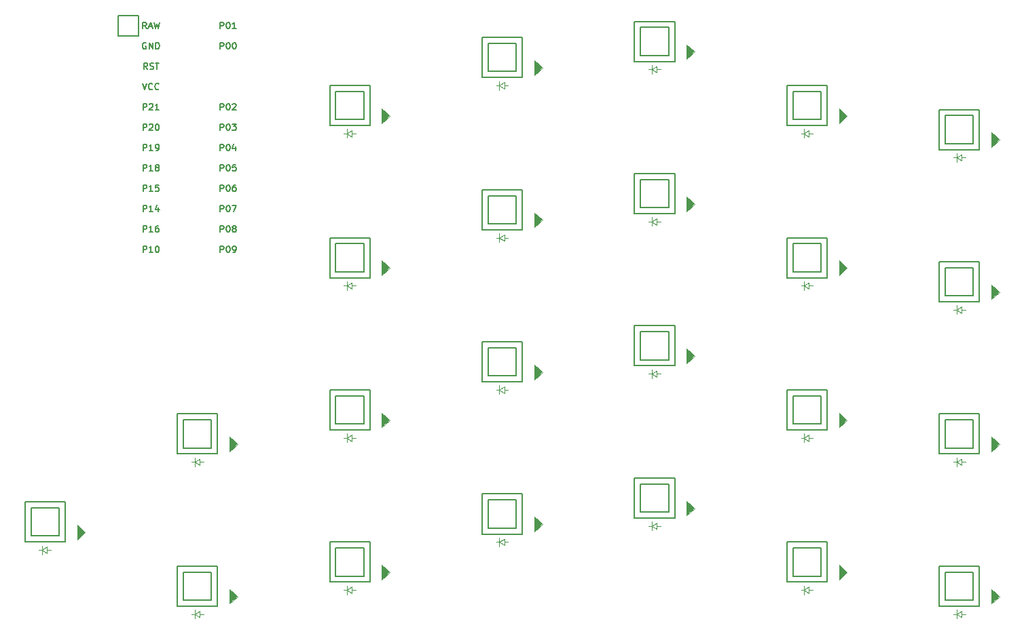
<source format=gbr>
%TF.GenerationSoftware,KiCad,Pcbnew,6.0.10-86aedd382b~118~ubuntu22.04.1*%
%TF.CreationDate,2023-01-31T18:23:29-07:00*%
%TF.ProjectId,scaarix_flow,73636161-7269-4785-9f66-6c6f772e6b69,v1.0.0*%
%TF.SameCoordinates,Original*%
%TF.FileFunction,Legend,Top*%
%TF.FilePolarity,Positive*%
%FSLAX46Y46*%
G04 Gerber Fmt 4.6, Leading zero omitted, Abs format (unit mm)*
G04 Created by KiCad (PCBNEW 6.0.10-86aedd382b~118~ubuntu22.04.1) date 2023-01-31 18:23:29*
%MOMM*%
%LPD*%
G01*
G04 APERTURE LIST*
%ADD10C,0.150000*%
%ADD11C,0.100000*%
G04 APERTURE END LIST*
D10*
%TO.C,MCU1*%
X152928571Y-80631904D02*
X152928571Y-79831904D01*
X153233333Y-79831904D01*
X153309523Y-79870000D01*
X153347619Y-79908095D01*
X153385714Y-79984285D01*
X153385714Y-80098571D01*
X153347619Y-80174761D01*
X153309523Y-80212857D01*
X153233333Y-80250952D01*
X152928571Y-80250952D01*
X153880952Y-79831904D02*
X153957142Y-79831904D01*
X154033333Y-79870000D01*
X154071428Y-79908095D01*
X154109523Y-79984285D01*
X154147619Y-80136666D01*
X154147619Y-80327142D01*
X154109523Y-80479523D01*
X154071428Y-80555714D01*
X154033333Y-80593809D01*
X153957142Y-80631904D01*
X153880952Y-80631904D01*
X153804761Y-80593809D01*
X153766666Y-80555714D01*
X153728571Y-80479523D01*
X153690476Y-80327142D01*
X153690476Y-80136666D01*
X153728571Y-79984285D01*
X153766666Y-79908095D01*
X153804761Y-79870000D01*
X153880952Y-79831904D01*
X154528571Y-80631904D02*
X154680952Y-80631904D01*
X154757142Y-80593809D01*
X154795238Y-80555714D01*
X154871428Y-80441428D01*
X154909523Y-80289047D01*
X154909523Y-79984285D01*
X154871428Y-79908095D01*
X154833333Y-79870000D01*
X154757142Y-79831904D01*
X154604761Y-79831904D01*
X154528571Y-79870000D01*
X154490476Y-79908095D01*
X154452380Y-79984285D01*
X154452380Y-80174761D01*
X154490476Y-80250952D01*
X154528571Y-80289047D01*
X154604761Y-80327142D01*
X154757142Y-80327142D01*
X154833333Y-80289047D01*
X154871428Y-80250952D01*
X154909523Y-80174761D01*
X143690476Y-54470000D02*
X143614285Y-54431904D01*
X143500000Y-54431904D01*
X143385714Y-54470000D01*
X143309523Y-54546190D01*
X143271428Y-54622380D01*
X143233333Y-54774761D01*
X143233333Y-54889047D01*
X143271428Y-55041428D01*
X143309523Y-55117619D01*
X143385714Y-55193809D01*
X143500000Y-55231904D01*
X143576190Y-55231904D01*
X143690476Y-55193809D01*
X143728571Y-55155714D01*
X143728571Y-54889047D01*
X143576190Y-54889047D01*
X144071428Y-55231904D02*
X144071428Y-54431904D01*
X144528571Y-55231904D01*
X144528571Y-54431904D01*
X144909523Y-55231904D02*
X144909523Y-54431904D01*
X145100000Y-54431904D01*
X145214285Y-54470000D01*
X145290476Y-54546190D01*
X145328571Y-54622380D01*
X145366666Y-54774761D01*
X145366666Y-54889047D01*
X145328571Y-55041428D01*
X145290476Y-55117619D01*
X145214285Y-55193809D01*
X145100000Y-55231904D01*
X144909523Y-55231904D01*
X143328571Y-73011904D02*
X143328571Y-72211904D01*
X143633333Y-72211904D01*
X143709523Y-72250000D01*
X143747619Y-72288095D01*
X143785714Y-72364285D01*
X143785714Y-72478571D01*
X143747619Y-72554761D01*
X143709523Y-72592857D01*
X143633333Y-72630952D01*
X143328571Y-72630952D01*
X144547619Y-73011904D02*
X144090476Y-73011904D01*
X144319047Y-73011904D02*
X144319047Y-72211904D01*
X144242857Y-72326190D01*
X144166666Y-72402380D01*
X144090476Y-72440476D01*
X145271428Y-72211904D02*
X144890476Y-72211904D01*
X144852380Y-72592857D01*
X144890476Y-72554761D01*
X144966666Y-72516666D01*
X145157142Y-72516666D01*
X145233333Y-72554761D01*
X145271428Y-72592857D01*
X145309523Y-72669047D01*
X145309523Y-72859523D01*
X145271428Y-72935714D01*
X145233333Y-72973809D01*
X145157142Y-73011904D01*
X144966666Y-73011904D01*
X144890476Y-72973809D01*
X144852380Y-72935714D01*
X143328571Y-65391904D02*
X143328571Y-64591904D01*
X143633333Y-64591904D01*
X143709523Y-64630000D01*
X143747619Y-64668095D01*
X143785714Y-64744285D01*
X143785714Y-64858571D01*
X143747619Y-64934761D01*
X143709523Y-64972857D01*
X143633333Y-65010952D01*
X143328571Y-65010952D01*
X144090476Y-64668095D02*
X144128571Y-64630000D01*
X144204761Y-64591904D01*
X144395238Y-64591904D01*
X144471428Y-64630000D01*
X144509523Y-64668095D01*
X144547619Y-64744285D01*
X144547619Y-64820476D01*
X144509523Y-64934761D01*
X144052380Y-65391904D01*
X144547619Y-65391904D01*
X145042857Y-64591904D02*
X145119047Y-64591904D01*
X145195238Y-64630000D01*
X145233333Y-64668095D01*
X145271428Y-64744285D01*
X145309523Y-64896666D01*
X145309523Y-65087142D01*
X145271428Y-65239523D01*
X145233333Y-65315714D01*
X145195238Y-65353809D01*
X145119047Y-65391904D01*
X145042857Y-65391904D01*
X144966666Y-65353809D01*
X144928571Y-65315714D01*
X144890476Y-65239523D01*
X144852380Y-65087142D01*
X144852380Y-64896666D01*
X144890476Y-64744285D01*
X144928571Y-64668095D01*
X144966666Y-64630000D01*
X145042857Y-64591904D01*
X152928571Y-67931904D02*
X152928571Y-67131904D01*
X153233333Y-67131904D01*
X153309523Y-67170000D01*
X153347619Y-67208095D01*
X153385714Y-67284285D01*
X153385714Y-67398571D01*
X153347619Y-67474761D01*
X153309523Y-67512857D01*
X153233333Y-67550952D01*
X152928571Y-67550952D01*
X153880952Y-67131904D02*
X153957142Y-67131904D01*
X154033333Y-67170000D01*
X154071428Y-67208095D01*
X154109523Y-67284285D01*
X154147619Y-67436666D01*
X154147619Y-67627142D01*
X154109523Y-67779523D01*
X154071428Y-67855714D01*
X154033333Y-67893809D01*
X153957142Y-67931904D01*
X153880952Y-67931904D01*
X153804761Y-67893809D01*
X153766666Y-67855714D01*
X153728571Y-67779523D01*
X153690476Y-67627142D01*
X153690476Y-67436666D01*
X153728571Y-67284285D01*
X153766666Y-67208095D01*
X153804761Y-67170000D01*
X153880952Y-67131904D01*
X154833333Y-67398571D02*
X154833333Y-67931904D01*
X154642857Y-67093809D02*
X154452380Y-67665238D01*
X154947619Y-67665238D01*
X143328571Y-75551904D02*
X143328571Y-74751904D01*
X143633333Y-74751904D01*
X143709523Y-74790000D01*
X143747619Y-74828095D01*
X143785714Y-74904285D01*
X143785714Y-75018571D01*
X143747619Y-75094761D01*
X143709523Y-75132857D01*
X143633333Y-75170952D01*
X143328571Y-75170952D01*
X144547619Y-75551904D02*
X144090476Y-75551904D01*
X144319047Y-75551904D02*
X144319047Y-74751904D01*
X144242857Y-74866190D01*
X144166666Y-74942380D01*
X144090476Y-74980476D01*
X145233333Y-75018571D02*
X145233333Y-75551904D01*
X145042857Y-74713809D02*
X144852380Y-75285238D01*
X145347619Y-75285238D01*
X152928571Y-73011904D02*
X152928571Y-72211904D01*
X153233333Y-72211904D01*
X153309523Y-72250000D01*
X153347619Y-72288095D01*
X153385714Y-72364285D01*
X153385714Y-72478571D01*
X153347619Y-72554761D01*
X153309523Y-72592857D01*
X153233333Y-72630952D01*
X152928571Y-72630952D01*
X153880952Y-72211904D02*
X153957142Y-72211904D01*
X154033333Y-72250000D01*
X154071428Y-72288095D01*
X154109523Y-72364285D01*
X154147619Y-72516666D01*
X154147619Y-72707142D01*
X154109523Y-72859523D01*
X154071428Y-72935714D01*
X154033333Y-72973809D01*
X153957142Y-73011904D01*
X153880952Y-73011904D01*
X153804761Y-72973809D01*
X153766666Y-72935714D01*
X153728571Y-72859523D01*
X153690476Y-72707142D01*
X153690476Y-72516666D01*
X153728571Y-72364285D01*
X153766666Y-72288095D01*
X153804761Y-72250000D01*
X153880952Y-72211904D01*
X154833333Y-72211904D02*
X154680952Y-72211904D01*
X154604761Y-72250000D01*
X154566666Y-72288095D01*
X154490476Y-72402380D01*
X154452380Y-72554761D01*
X154452380Y-72859523D01*
X154490476Y-72935714D01*
X154528571Y-72973809D01*
X154604761Y-73011904D01*
X154757142Y-73011904D01*
X154833333Y-72973809D01*
X154871428Y-72935714D01*
X154909523Y-72859523D01*
X154909523Y-72669047D01*
X154871428Y-72592857D01*
X154833333Y-72554761D01*
X154757142Y-72516666D01*
X154604761Y-72516666D01*
X154528571Y-72554761D01*
X154490476Y-72592857D01*
X154452380Y-72669047D01*
X152928571Y-65391904D02*
X152928571Y-64591904D01*
X153233333Y-64591904D01*
X153309523Y-64630000D01*
X153347619Y-64668095D01*
X153385714Y-64744285D01*
X153385714Y-64858571D01*
X153347619Y-64934761D01*
X153309523Y-64972857D01*
X153233333Y-65010952D01*
X152928571Y-65010952D01*
X153880952Y-64591904D02*
X153957142Y-64591904D01*
X154033333Y-64630000D01*
X154071428Y-64668095D01*
X154109523Y-64744285D01*
X154147619Y-64896666D01*
X154147619Y-65087142D01*
X154109523Y-65239523D01*
X154071428Y-65315714D01*
X154033333Y-65353809D01*
X153957142Y-65391904D01*
X153880952Y-65391904D01*
X153804761Y-65353809D01*
X153766666Y-65315714D01*
X153728571Y-65239523D01*
X153690476Y-65087142D01*
X153690476Y-64896666D01*
X153728571Y-64744285D01*
X153766666Y-64668095D01*
X153804761Y-64630000D01*
X153880952Y-64591904D01*
X154414285Y-64591904D02*
X154909523Y-64591904D01*
X154642857Y-64896666D01*
X154757142Y-64896666D01*
X154833333Y-64934761D01*
X154871428Y-64972857D01*
X154909523Y-65049047D01*
X154909523Y-65239523D01*
X154871428Y-65315714D01*
X154833333Y-65353809D01*
X154757142Y-65391904D01*
X154528571Y-65391904D01*
X154452380Y-65353809D01*
X154414285Y-65315714D01*
X143328571Y-62851904D02*
X143328571Y-62051904D01*
X143633333Y-62051904D01*
X143709523Y-62090000D01*
X143747619Y-62128095D01*
X143785714Y-62204285D01*
X143785714Y-62318571D01*
X143747619Y-62394761D01*
X143709523Y-62432857D01*
X143633333Y-62470952D01*
X143328571Y-62470952D01*
X144090476Y-62128095D02*
X144128571Y-62090000D01*
X144204761Y-62051904D01*
X144395238Y-62051904D01*
X144471428Y-62090000D01*
X144509523Y-62128095D01*
X144547619Y-62204285D01*
X144547619Y-62280476D01*
X144509523Y-62394761D01*
X144052380Y-62851904D01*
X144547619Y-62851904D01*
X145309523Y-62851904D02*
X144852380Y-62851904D01*
X145080952Y-62851904D02*
X145080952Y-62051904D01*
X145004761Y-62166190D01*
X144928571Y-62242380D01*
X144852380Y-62280476D01*
X143328571Y-67931904D02*
X143328571Y-67131904D01*
X143633333Y-67131904D01*
X143709523Y-67170000D01*
X143747619Y-67208095D01*
X143785714Y-67284285D01*
X143785714Y-67398571D01*
X143747619Y-67474761D01*
X143709523Y-67512857D01*
X143633333Y-67550952D01*
X143328571Y-67550952D01*
X144547619Y-67931904D02*
X144090476Y-67931904D01*
X144319047Y-67931904D02*
X144319047Y-67131904D01*
X144242857Y-67246190D01*
X144166666Y-67322380D01*
X144090476Y-67360476D01*
X144928571Y-67931904D02*
X145080952Y-67931904D01*
X145157142Y-67893809D01*
X145195238Y-67855714D01*
X145271428Y-67741428D01*
X145309523Y-67589047D01*
X145309523Y-67284285D01*
X145271428Y-67208095D01*
X145233333Y-67170000D01*
X145157142Y-67131904D01*
X145004761Y-67131904D01*
X144928571Y-67170000D01*
X144890476Y-67208095D01*
X144852380Y-67284285D01*
X144852380Y-67474761D01*
X144890476Y-67550952D01*
X144928571Y-67589047D01*
X145004761Y-67627142D01*
X145157142Y-67627142D01*
X145233333Y-67589047D01*
X145271428Y-67550952D01*
X145309523Y-67474761D01*
X143328571Y-80631904D02*
X143328571Y-79831904D01*
X143633333Y-79831904D01*
X143709523Y-79870000D01*
X143747619Y-79908095D01*
X143785714Y-79984285D01*
X143785714Y-80098571D01*
X143747619Y-80174761D01*
X143709523Y-80212857D01*
X143633333Y-80250952D01*
X143328571Y-80250952D01*
X144547619Y-80631904D02*
X144090476Y-80631904D01*
X144319047Y-80631904D02*
X144319047Y-79831904D01*
X144242857Y-79946190D01*
X144166666Y-80022380D01*
X144090476Y-80060476D01*
X145042857Y-79831904D02*
X145119047Y-79831904D01*
X145195238Y-79870000D01*
X145233333Y-79908095D01*
X145271428Y-79984285D01*
X145309523Y-80136666D01*
X145309523Y-80327142D01*
X145271428Y-80479523D01*
X145233333Y-80555714D01*
X145195238Y-80593809D01*
X145119047Y-80631904D01*
X145042857Y-80631904D01*
X144966666Y-80593809D01*
X144928571Y-80555714D01*
X144890476Y-80479523D01*
X144852380Y-80327142D01*
X144852380Y-80136666D01*
X144890476Y-79984285D01*
X144928571Y-79908095D01*
X144966666Y-79870000D01*
X145042857Y-79831904D01*
X152928571Y-55231904D02*
X152928571Y-54431904D01*
X153233333Y-54431904D01*
X153309523Y-54470000D01*
X153347619Y-54508095D01*
X153385714Y-54584285D01*
X153385714Y-54698571D01*
X153347619Y-54774761D01*
X153309523Y-54812857D01*
X153233333Y-54850952D01*
X152928571Y-54850952D01*
X153880952Y-54431904D02*
X153957142Y-54431904D01*
X154033333Y-54470000D01*
X154071428Y-54508095D01*
X154109523Y-54584285D01*
X154147619Y-54736666D01*
X154147619Y-54927142D01*
X154109523Y-55079523D01*
X154071428Y-55155714D01*
X154033333Y-55193809D01*
X153957142Y-55231904D01*
X153880952Y-55231904D01*
X153804761Y-55193809D01*
X153766666Y-55155714D01*
X153728571Y-55079523D01*
X153690476Y-54927142D01*
X153690476Y-54736666D01*
X153728571Y-54584285D01*
X153766666Y-54508095D01*
X153804761Y-54470000D01*
X153880952Y-54431904D01*
X154642857Y-54431904D02*
X154719047Y-54431904D01*
X154795238Y-54470000D01*
X154833333Y-54508095D01*
X154871428Y-54584285D01*
X154909523Y-54736666D01*
X154909523Y-54927142D01*
X154871428Y-55079523D01*
X154833333Y-55155714D01*
X154795238Y-55193809D01*
X154719047Y-55231904D01*
X154642857Y-55231904D01*
X154566666Y-55193809D01*
X154528571Y-55155714D01*
X154490476Y-55079523D01*
X154452380Y-54927142D01*
X154452380Y-54736666D01*
X154490476Y-54584285D01*
X154528571Y-54508095D01*
X154566666Y-54470000D01*
X154642857Y-54431904D01*
X152928571Y-70471904D02*
X152928571Y-69671904D01*
X153233333Y-69671904D01*
X153309523Y-69710000D01*
X153347619Y-69748095D01*
X153385714Y-69824285D01*
X153385714Y-69938571D01*
X153347619Y-70014761D01*
X153309523Y-70052857D01*
X153233333Y-70090952D01*
X152928571Y-70090952D01*
X153880952Y-69671904D02*
X153957142Y-69671904D01*
X154033333Y-69710000D01*
X154071428Y-69748095D01*
X154109523Y-69824285D01*
X154147619Y-69976666D01*
X154147619Y-70167142D01*
X154109523Y-70319523D01*
X154071428Y-70395714D01*
X154033333Y-70433809D01*
X153957142Y-70471904D01*
X153880952Y-70471904D01*
X153804761Y-70433809D01*
X153766666Y-70395714D01*
X153728571Y-70319523D01*
X153690476Y-70167142D01*
X153690476Y-69976666D01*
X153728571Y-69824285D01*
X153766666Y-69748095D01*
X153804761Y-69710000D01*
X153880952Y-69671904D01*
X154871428Y-69671904D02*
X154490476Y-69671904D01*
X154452380Y-70052857D01*
X154490476Y-70014761D01*
X154566666Y-69976666D01*
X154757142Y-69976666D01*
X154833333Y-70014761D01*
X154871428Y-70052857D01*
X154909523Y-70129047D01*
X154909523Y-70319523D01*
X154871428Y-70395714D01*
X154833333Y-70433809D01*
X154757142Y-70471904D01*
X154566666Y-70471904D01*
X154490476Y-70433809D01*
X154452380Y-70395714D01*
X143233333Y-59511904D02*
X143500000Y-60311904D01*
X143766666Y-59511904D01*
X144490476Y-60235714D02*
X144452380Y-60273809D01*
X144338095Y-60311904D01*
X144261904Y-60311904D01*
X144147619Y-60273809D01*
X144071428Y-60197619D01*
X144033333Y-60121428D01*
X143995238Y-59969047D01*
X143995238Y-59854761D01*
X144033333Y-59702380D01*
X144071428Y-59626190D01*
X144147619Y-59550000D01*
X144261904Y-59511904D01*
X144338095Y-59511904D01*
X144452380Y-59550000D01*
X144490476Y-59588095D01*
X145290476Y-60235714D02*
X145252380Y-60273809D01*
X145138095Y-60311904D01*
X145061904Y-60311904D01*
X144947619Y-60273809D01*
X144871428Y-60197619D01*
X144833333Y-60121428D01*
X144795238Y-59969047D01*
X144795238Y-59854761D01*
X144833333Y-59702380D01*
X144871428Y-59626190D01*
X144947619Y-59550000D01*
X145061904Y-59511904D01*
X145138095Y-59511904D01*
X145252380Y-59550000D01*
X145290476Y-59588095D01*
X152928571Y-62851904D02*
X152928571Y-62051904D01*
X153233333Y-62051904D01*
X153309523Y-62090000D01*
X153347619Y-62128095D01*
X153385714Y-62204285D01*
X153385714Y-62318571D01*
X153347619Y-62394761D01*
X153309523Y-62432857D01*
X153233333Y-62470952D01*
X152928571Y-62470952D01*
X153880952Y-62051904D02*
X153957142Y-62051904D01*
X154033333Y-62090000D01*
X154071428Y-62128095D01*
X154109523Y-62204285D01*
X154147619Y-62356666D01*
X154147619Y-62547142D01*
X154109523Y-62699523D01*
X154071428Y-62775714D01*
X154033333Y-62813809D01*
X153957142Y-62851904D01*
X153880952Y-62851904D01*
X153804761Y-62813809D01*
X153766666Y-62775714D01*
X153728571Y-62699523D01*
X153690476Y-62547142D01*
X153690476Y-62356666D01*
X153728571Y-62204285D01*
X153766666Y-62128095D01*
X153804761Y-62090000D01*
X153880952Y-62051904D01*
X154452380Y-62128095D02*
X154490476Y-62090000D01*
X154566666Y-62051904D01*
X154757142Y-62051904D01*
X154833333Y-62090000D01*
X154871428Y-62128095D01*
X154909523Y-62204285D01*
X154909523Y-62280476D01*
X154871428Y-62394761D01*
X154414285Y-62851904D01*
X154909523Y-62851904D01*
X152928571Y-52691904D02*
X152928571Y-51891904D01*
X153233333Y-51891904D01*
X153309523Y-51930000D01*
X153347619Y-51968095D01*
X153385714Y-52044285D01*
X153385714Y-52158571D01*
X153347619Y-52234761D01*
X153309523Y-52272857D01*
X153233333Y-52310952D01*
X152928571Y-52310952D01*
X153880952Y-51891904D02*
X153957142Y-51891904D01*
X154033333Y-51930000D01*
X154071428Y-51968095D01*
X154109523Y-52044285D01*
X154147619Y-52196666D01*
X154147619Y-52387142D01*
X154109523Y-52539523D01*
X154071428Y-52615714D01*
X154033333Y-52653809D01*
X153957142Y-52691904D01*
X153880952Y-52691904D01*
X153804761Y-52653809D01*
X153766666Y-52615714D01*
X153728571Y-52539523D01*
X153690476Y-52387142D01*
X153690476Y-52196666D01*
X153728571Y-52044285D01*
X153766666Y-51968095D01*
X153804761Y-51930000D01*
X153880952Y-51891904D01*
X154909523Y-52691904D02*
X154452380Y-52691904D01*
X154680952Y-52691904D02*
X154680952Y-51891904D01*
X154604761Y-52006190D01*
X154528571Y-52082380D01*
X154452380Y-52120476D01*
X143861904Y-57771904D02*
X143595238Y-57390952D01*
X143404761Y-57771904D02*
X143404761Y-56971904D01*
X143709523Y-56971904D01*
X143785714Y-57010000D01*
X143823809Y-57048095D01*
X143861904Y-57124285D01*
X143861904Y-57238571D01*
X143823809Y-57314761D01*
X143785714Y-57352857D01*
X143709523Y-57390952D01*
X143404761Y-57390952D01*
X144166666Y-57733809D02*
X144280952Y-57771904D01*
X144471428Y-57771904D01*
X144547619Y-57733809D01*
X144585714Y-57695714D01*
X144623809Y-57619523D01*
X144623809Y-57543333D01*
X144585714Y-57467142D01*
X144547619Y-57429047D01*
X144471428Y-57390952D01*
X144319047Y-57352857D01*
X144242857Y-57314761D01*
X144204761Y-57276666D01*
X144166666Y-57200476D01*
X144166666Y-57124285D01*
X144204761Y-57048095D01*
X144242857Y-57010000D01*
X144319047Y-56971904D01*
X144509523Y-56971904D01*
X144623809Y-57010000D01*
X144852380Y-56971904D02*
X145309523Y-56971904D01*
X145080952Y-57771904D02*
X145080952Y-56971904D01*
X152928571Y-75551904D02*
X152928571Y-74751904D01*
X153233333Y-74751904D01*
X153309523Y-74790000D01*
X153347619Y-74828095D01*
X153385714Y-74904285D01*
X153385714Y-75018571D01*
X153347619Y-75094761D01*
X153309523Y-75132857D01*
X153233333Y-75170952D01*
X152928571Y-75170952D01*
X153880952Y-74751904D02*
X153957142Y-74751904D01*
X154033333Y-74790000D01*
X154071428Y-74828095D01*
X154109523Y-74904285D01*
X154147619Y-75056666D01*
X154147619Y-75247142D01*
X154109523Y-75399523D01*
X154071428Y-75475714D01*
X154033333Y-75513809D01*
X153957142Y-75551904D01*
X153880952Y-75551904D01*
X153804761Y-75513809D01*
X153766666Y-75475714D01*
X153728571Y-75399523D01*
X153690476Y-75247142D01*
X153690476Y-75056666D01*
X153728571Y-74904285D01*
X153766666Y-74828095D01*
X153804761Y-74790000D01*
X153880952Y-74751904D01*
X154414285Y-74751904D02*
X154947619Y-74751904D01*
X154604761Y-75551904D01*
X143747619Y-52691904D02*
X143480952Y-52310952D01*
X143290476Y-52691904D02*
X143290476Y-51891904D01*
X143595238Y-51891904D01*
X143671428Y-51930000D01*
X143709523Y-51968095D01*
X143747619Y-52044285D01*
X143747619Y-52158571D01*
X143709523Y-52234761D01*
X143671428Y-52272857D01*
X143595238Y-52310952D01*
X143290476Y-52310952D01*
X144052380Y-52463333D02*
X144433333Y-52463333D01*
X143976190Y-52691904D02*
X144242857Y-51891904D01*
X144509523Y-52691904D01*
X144700000Y-51891904D02*
X144890476Y-52691904D01*
X145042857Y-52120476D01*
X145195238Y-52691904D01*
X145385714Y-51891904D01*
X152928571Y-78091904D02*
X152928571Y-77291904D01*
X153233333Y-77291904D01*
X153309523Y-77330000D01*
X153347619Y-77368095D01*
X153385714Y-77444285D01*
X153385714Y-77558571D01*
X153347619Y-77634761D01*
X153309523Y-77672857D01*
X153233333Y-77710952D01*
X152928571Y-77710952D01*
X153880952Y-77291904D02*
X153957142Y-77291904D01*
X154033333Y-77330000D01*
X154071428Y-77368095D01*
X154109523Y-77444285D01*
X154147619Y-77596666D01*
X154147619Y-77787142D01*
X154109523Y-77939523D01*
X154071428Y-78015714D01*
X154033333Y-78053809D01*
X153957142Y-78091904D01*
X153880952Y-78091904D01*
X153804761Y-78053809D01*
X153766666Y-78015714D01*
X153728571Y-77939523D01*
X153690476Y-77787142D01*
X153690476Y-77596666D01*
X153728571Y-77444285D01*
X153766666Y-77368095D01*
X153804761Y-77330000D01*
X153880952Y-77291904D01*
X154604761Y-77634761D02*
X154528571Y-77596666D01*
X154490476Y-77558571D01*
X154452380Y-77482380D01*
X154452380Y-77444285D01*
X154490476Y-77368095D01*
X154528571Y-77330000D01*
X154604761Y-77291904D01*
X154757142Y-77291904D01*
X154833333Y-77330000D01*
X154871428Y-77368095D01*
X154909523Y-77444285D01*
X154909523Y-77482380D01*
X154871428Y-77558571D01*
X154833333Y-77596666D01*
X154757142Y-77634761D01*
X154604761Y-77634761D01*
X154528571Y-77672857D01*
X154490476Y-77710952D01*
X154452380Y-77787142D01*
X154452380Y-77939523D01*
X154490476Y-78015714D01*
X154528571Y-78053809D01*
X154604761Y-78091904D01*
X154757142Y-78091904D01*
X154833333Y-78053809D01*
X154871428Y-78015714D01*
X154909523Y-77939523D01*
X154909523Y-77787142D01*
X154871428Y-77710952D01*
X154833333Y-77672857D01*
X154757142Y-77634761D01*
X143328571Y-70471904D02*
X143328571Y-69671904D01*
X143633333Y-69671904D01*
X143709523Y-69710000D01*
X143747619Y-69748095D01*
X143785714Y-69824285D01*
X143785714Y-69938571D01*
X143747619Y-70014761D01*
X143709523Y-70052857D01*
X143633333Y-70090952D01*
X143328571Y-70090952D01*
X144547619Y-70471904D02*
X144090476Y-70471904D01*
X144319047Y-70471904D02*
X144319047Y-69671904D01*
X144242857Y-69786190D01*
X144166666Y-69862380D01*
X144090476Y-69900476D01*
X145004761Y-70014761D02*
X144928571Y-69976666D01*
X144890476Y-69938571D01*
X144852380Y-69862380D01*
X144852380Y-69824285D01*
X144890476Y-69748095D01*
X144928571Y-69710000D01*
X145004761Y-69671904D01*
X145157142Y-69671904D01*
X145233333Y-69710000D01*
X145271428Y-69748095D01*
X145309523Y-69824285D01*
X145309523Y-69862380D01*
X145271428Y-69938571D01*
X145233333Y-69976666D01*
X145157142Y-70014761D01*
X145004761Y-70014761D01*
X144928571Y-70052857D01*
X144890476Y-70090952D01*
X144852380Y-70167142D01*
X144852380Y-70319523D01*
X144890476Y-70395714D01*
X144928571Y-70433809D01*
X145004761Y-70471904D01*
X145157142Y-70471904D01*
X145233333Y-70433809D01*
X145271428Y-70395714D01*
X145309523Y-70319523D01*
X145309523Y-70167142D01*
X145271428Y-70090952D01*
X145233333Y-70052857D01*
X145157142Y-70014761D01*
X143328571Y-78091904D02*
X143328571Y-77291904D01*
X143633333Y-77291904D01*
X143709523Y-77330000D01*
X143747619Y-77368095D01*
X143785714Y-77444285D01*
X143785714Y-77558571D01*
X143747619Y-77634761D01*
X143709523Y-77672857D01*
X143633333Y-77710952D01*
X143328571Y-77710952D01*
X144547619Y-78091904D02*
X144090476Y-78091904D01*
X144319047Y-78091904D02*
X144319047Y-77291904D01*
X144242857Y-77406190D01*
X144166666Y-77482380D01*
X144090476Y-77520476D01*
X145233333Y-77291904D02*
X145080952Y-77291904D01*
X145004761Y-77330000D01*
X144966666Y-77368095D01*
X144890476Y-77482380D01*
X144852380Y-77634761D01*
X144852380Y-77939523D01*
X144890476Y-78015714D01*
X144928571Y-78053809D01*
X145004761Y-78091904D01*
X145157142Y-78091904D01*
X145233333Y-78053809D01*
X145271428Y-78015714D01*
X145309523Y-77939523D01*
X145309523Y-77749047D01*
X145271428Y-77672857D01*
X145233333Y-77634761D01*
X145157142Y-77596666D01*
X145004761Y-77596666D01*
X144928571Y-77634761D01*
X144890476Y-77672857D01*
X144852380Y-77749047D01*
%TO.C,LED19*%
X228600000Y-59800000D02*
X223600000Y-59800000D01*
X228600000Y-64800000D02*
X228600000Y-59800000D01*
X223600000Y-59800000D02*
X223600000Y-64800000D01*
X227850000Y-64050000D02*
X227850000Y-60550000D01*
X227850000Y-60550000D02*
X224350000Y-60550000D01*
X224350000Y-64050000D02*
X227850000Y-64050000D01*
X223600000Y-64800000D02*
X228600000Y-64800000D01*
X224350000Y-60550000D02*
X224350000Y-64050000D01*
G36*
X231100000Y-63587500D02*
G01*
X230100000Y-64500000D01*
X230100000Y-62675000D01*
X231100000Y-63587500D01*
G37*
D11*
X231100000Y-63587500D02*
X230100000Y-64500000D01*
X230100000Y-62675000D01*
X231100000Y-63587500D01*
%TO.C,D6*%
X168750000Y-84800000D02*
X168750000Y-85350000D01*
X168750000Y-84800000D02*
X169350000Y-84400000D01*
X169350000Y-85200000D02*
X168750000Y-84800000D01*
X169350000Y-84400000D02*
X169350000Y-85200000D01*
X168350000Y-84800000D02*
X168750000Y-84800000D01*
X168750000Y-84800000D02*
X168750000Y-84250000D01*
X169350000Y-84800000D02*
X169850000Y-84800000D01*
%TO.C,D9*%
X188350000Y-97800000D02*
X188850000Y-97800000D01*
X188350000Y-98200000D02*
X187750000Y-97800000D01*
X187750000Y-97800000D02*
X187750000Y-97250000D01*
X187750000Y-97800000D02*
X188350000Y-97400000D01*
X187750000Y-97800000D02*
X187750000Y-98350000D01*
X188350000Y-97400000D02*
X188350000Y-98200000D01*
X187350000Y-97800000D02*
X187750000Y-97800000D01*
D10*
%TO.C,LED1*%
X128600000Y-111800000D02*
X128600000Y-116800000D01*
X128600000Y-116800000D02*
X133600000Y-116800000D01*
X129350000Y-112550000D02*
X129350000Y-116050000D01*
X129350000Y-116050000D02*
X132850000Y-116050000D01*
X132850000Y-116050000D02*
X132850000Y-112550000D01*
X133600000Y-116800000D02*
X133600000Y-111800000D01*
X133600000Y-111800000D02*
X128600000Y-111800000D01*
X132850000Y-112550000D02*
X129350000Y-112550000D01*
G36*
X136100000Y-115587500D02*
G01*
X135100000Y-116500000D01*
X135100000Y-114675000D01*
X136100000Y-115587500D01*
G37*
D11*
X136100000Y-115587500D02*
X135100000Y-116500000D01*
X135100000Y-114675000D01*
X136100000Y-115587500D01*
D10*
%TO.C,LED20*%
X243350000Y-124050000D02*
X246850000Y-124050000D01*
X246850000Y-124050000D02*
X246850000Y-120550000D01*
X242600000Y-124800000D02*
X247600000Y-124800000D01*
X247600000Y-124800000D02*
X247600000Y-119800000D01*
X247600000Y-119800000D02*
X242600000Y-119800000D01*
X242600000Y-119800000D02*
X242600000Y-124800000D01*
X246850000Y-120550000D02*
X243350000Y-120550000D01*
X243350000Y-120550000D02*
X243350000Y-124050000D01*
G36*
X250100000Y-123587500D02*
G01*
X249100000Y-124500000D01*
X249100000Y-122675000D01*
X250100000Y-123587500D01*
G37*
D11*
X250100000Y-123587500D02*
X249100000Y-124500000D01*
X249100000Y-122675000D01*
X250100000Y-123587500D01*
D10*
%TO.C,LED16*%
X224350000Y-117550000D02*
X224350000Y-121050000D01*
X227850000Y-117550000D02*
X224350000Y-117550000D01*
X227850000Y-121050000D02*
X227850000Y-117550000D01*
X228600000Y-116800000D02*
X223600000Y-116800000D01*
X224350000Y-121050000D02*
X227850000Y-121050000D01*
X223600000Y-121800000D02*
X228600000Y-121800000D01*
X228600000Y-121800000D02*
X228600000Y-116800000D01*
X223600000Y-116800000D02*
X223600000Y-121800000D01*
G36*
X231100000Y-120587500D02*
G01*
X230100000Y-121500000D01*
X230100000Y-119675000D01*
X231100000Y-120587500D01*
G37*
D11*
X231100000Y-120587500D02*
X230100000Y-121500000D01*
X230100000Y-119675000D01*
X231100000Y-120587500D01*
D10*
%TO.C,LED23*%
X247600000Y-62800000D02*
X242600000Y-62800000D01*
X243350000Y-63550000D02*
X243350000Y-67050000D01*
X242600000Y-67800000D02*
X247600000Y-67800000D01*
X246850000Y-67050000D02*
X246850000Y-63550000D01*
X247600000Y-67800000D02*
X247600000Y-62800000D01*
X246850000Y-63550000D02*
X243350000Y-63550000D01*
X242600000Y-62800000D02*
X242600000Y-67800000D01*
X243350000Y-67050000D02*
X246850000Y-67050000D01*
G36*
X250100000Y-66587500D02*
G01*
X249100000Y-67500000D01*
X249100000Y-65675000D01*
X250100000Y-66587500D01*
G37*
D11*
X250100000Y-66587500D02*
X249100000Y-67500000D01*
X249100000Y-65675000D01*
X250100000Y-66587500D01*
%TO.C,D19*%
X226350000Y-65800000D02*
X226850000Y-65800000D01*
X225750000Y-65800000D02*
X225750000Y-65250000D01*
X225750000Y-65800000D02*
X225750000Y-66350000D01*
X225750000Y-65800000D02*
X226350000Y-65400000D01*
X225350000Y-65800000D02*
X225750000Y-65800000D01*
X226350000Y-66200000D02*
X225750000Y-65800000D01*
X226350000Y-65400000D02*
X226350000Y-66200000D01*
D10*
%TO.C,LED9*%
X190600000Y-96800000D02*
X190600000Y-91800000D01*
X186350000Y-92550000D02*
X186350000Y-96050000D01*
X189850000Y-96050000D02*
X189850000Y-92550000D01*
X185600000Y-91800000D02*
X185600000Y-96800000D01*
X185600000Y-96800000D02*
X190600000Y-96800000D01*
X190600000Y-91800000D02*
X185600000Y-91800000D01*
X186350000Y-96050000D02*
X189850000Y-96050000D01*
X189850000Y-92550000D02*
X186350000Y-92550000D01*
G36*
X193100000Y-95587500D02*
G01*
X192100000Y-96500000D01*
X192100000Y-94675000D01*
X193100000Y-95587500D01*
G37*
D11*
X193100000Y-95587500D02*
X192100000Y-96500000D01*
X192100000Y-94675000D01*
X193100000Y-95587500D01*
D10*
%TO.C,LED10*%
X185600000Y-77800000D02*
X190600000Y-77800000D01*
X186350000Y-73550000D02*
X186350000Y-77050000D01*
X190600000Y-77800000D02*
X190600000Y-72800000D01*
X189850000Y-73550000D02*
X186350000Y-73550000D01*
X185600000Y-72800000D02*
X185600000Y-77800000D01*
X189850000Y-77050000D02*
X189850000Y-73550000D01*
X186350000Y-77050000D02*
X189850000Y-77050000D01*
X190600000Y-72800000D02*
X185600000Y-72800000D01*
G36*
X193100000Y-76587500D02*
G01*
X192100000Y-77500000D01*
X192100000Y-75675000D01*
X193100000Y-76587500D01*
G37*
D11*
X193100000Y-76587500D02*
X192100000Y-77500000D01*
X192100000Y-75675000D01*
X193100000Y-76587500D01*
%TO.C,D3*%
X149350000Y-106800000D02*
X149750000Y-106800000D01*
X150350000Y-106400000D02*
X150350000Y-107200000D01*
X149750000Y-106800000D02*
X150350000Y-106400000D01*
X149750000Y-106800000D02*
X149750000Y-107350000D01*
X149750000Y-106800000D02*
X149750000Y-106250000D01*
X150350000Y-106800000D02*
X150850000Y-106800000D01*
X150350000Y-107200000D02*
X149750000Y-106800000D01*
%TO.C,D14*%
X207350000Y-77200000D02*
X206750000Y-76800000D01*
X206350000Y-76800000D02*
X206750000Y-76800000D01*
X207350000Y-76800000D02*
X207850000Y-76800000D01*
X206750000Y-76800000D02*
X207350000Y-76400000D01*
X206750000Y-76800000D02*
X206750000Y-76250000D01*
X206750000Y-76800000D02*
X206750000Y-77350000D01*
X207350000Y-76400000D02*
X207350000Y-77200000D01*
%TO.C,D17*%
X226350000Y-103800000D02*
X226850000Y-103800000D01*
X226350000Y-103400000D02*
X226350000Y-104200000D01*
X225750000Y-103800000D02*
X226350000Y-103400000D01*
X225350000Y-103800000D02*
X225750000Y-103800000D01*
X226350000Y-104200000D02*
X225750000Y-103800000D01*
X225750000Y-103800000D02*
X225750000Y-103250000D01*
X225750000Y-103800000D02*
X225750000Y-104350000D01*
%TO.C,D8*%
X187750000Y-116800000D02*
X187750000Y-116250000D01*
X188350000Y-116800000D02*
X188850000Y-116800000D01*
X188350000Y-117200000D02*
X187750000Y-116800000D01*
X187350000Y-116800000D02*
X187750000Y-116800000D01*
X187750000Y-116800000D02*
X187750000Y-117350000D01*
X188350000Y-116400000D02*
X188350000Y-117200000D01*
X187750000Y-116800000D02*
X188350000Y-116400000D01*
%TO.C,D1*%
X130750000Y-117800000D02*
X130750000Y-117250000D01*
X131350000Y-117800000D02*
X131850000Y-117800000D01*
X130750000Y-117800000D02*
X130750000Y-118350000D01*
X131350000Y-118200000D02*
X130750000Y-117800000D01*
X131350000Y-117400000D02*
X131350000Y-118200000D01*
X130750000Y-117800000D02*
X131350000Y-117400000D01*
X130350000Y-117800000D02*
X130750000Y-117800000D01*
D10*
%TO.C,LED5*%
X166600000Y-97800000D02*
X166600000Y-102800000D01*
X167350000Y-102050000D02*
X170850000Y-102050000D01*
X171600000Y-97800000D02*
X166600000Y-97800000D01*
X167350000Y-98550000D02*
X167350000Y-102050000D01*
X166600000Y-102800000D02*
X171600000Y-102800000D01*
X170850000Y-102050000D02*
X170850000Y-98550000D01*
X171600000Y-102800000D02*
X171600000Y-97800000D01*
X170850000Y-98550000D02*
X167350000Y-98550000D01*
G36*
X174100000Y-101587500D02*
G01*
X173100000Y-102500000D01*
X173100000Y-100675000D01*
X174100000Y-101587500D01*
G37*
D11*
X174100000Y-101587500D02*
X173100000Y-102500000D01*
X173100000Y-100675000D01*
X174100000Y-101587500D01*
D10*
%TO.C,LED2*%
X152600000Y-119800000D02*
X147600000Y-119800000D01*
X151850000Y-124050000D02*
X151850000Y-120550000D01*
X147600000Y-124800000D02*
X152600000Y-124800000D01*
X147600000Y-119800000D02*
X147600000Y-124800000D01*
X148350000Y-120550000D02*
X148350000Y-124050000D01*
X148350000Y-124050000D02*
X151850000Y-124050000D01*
X151850000Y-120550000D02*
X148350000Y-120550000D01*
X152600000Y-124800000D02*
X152600000Y-119800000D01*
G36*
X155100000Y-123587500D02*
G01*
X154100000Y-124500000D01*
X154100000Y-122675000D01*
X155100000Y-123587500D01*
G37*
D11*
X155100000Y-123587500D02*
X154100000Y-124500000D01*
X154100000Y-122675000D01*
X155100000Y-123587500D01*
D10*
%TO.C,LED7*%
X166600000Y-64800000D02*
X171600000Y-64800000D01*
X166600000Y-59800000D02*
X166600000Y-64800000D01*
X167350000Y-60550000D02*
X167350000Y-64050000D01*
X171600000Y-64800000D02*
X171600000Y-59800000D01*
X170850000Y-60550000D02*
X167350000Y-60550000D01*
X170850000Y-64050000D02*
X170850000Y-60550000D01*
X167350000Y-64050000D02*
X170850000Y-64050000D01*
X171600000Y-59800000D02*
X166600000Y-59800000D01*
G36*
X174100000Y-63587500D02*
G01*
X173100000Y-64500000D01*
X173100000Y-62675000D01*
X174100000Y-63587500D01*
G37*
D11*
X174100000Y-63587500D02*
X173100000Y-64500000D01*
X173100000Y-62675000D01*
X174100000Y-63587500D01*
D10*
%TO.C,LED3*%
X151850000Y-105050000D02*
X151850000Y-101550000D01*
X147600000Y-105800000D02*
X152600000Y-105800000D01*
X147600000Y-100800000D02*
X147600000Y-105800000D01*
X148350000Y-101550000D02*
X148350000Y-105050000D01*
X148350000Y-105050000D02*
X151850000Y-105050000D01*
X151850000Y-101550000D02*
X148350000Y-101550000D01*
X152600000Y-100800000D02*
X147600000Y-100800000D01*
X152600000Y-105800000D02*
X152600000Y-100800000D01*
G36*
X155100000Y-104587500D02*
G01*
X154100000Y-105500000D01*
X154100000Y-103675000D01*
X155100000Y-104587500D01*
G37*
D11*
X155100000Y-104587500D02*
X154100000Y-105500000D01*
X154100000Y-103675000D01*
X155100000Y-104587500D01*
D10*
%TO.C,LED12*%
X209600000Y-108800000D02*
X204600000Y-108800000D01*
X205350000Y-109550000D02*
X205350000Y-113050000D01*
X205350000Y-113050000D02*
X208850000Y-113050000D01*
X208850000Y-113050000D02*
X208850000Y-109550000D01*
X204600000Y-108800000D02*
X204600000Y-113800000D01*
X208850000Y-109550000D02*
X205350000Y-109550000D01*
X209600000Y-113800000D02*
X209600000Y-108800000D01*
X204600000Y-113800000D02*
X209600000Y-113800000D01*
G36*
X212100000Y-112587500D02*
G01*
X211100000Y-113500000D01*
X211100000Y-111675000D01*
X212100000Y-112587500D01*
G37*
D11*
X212100000Y-112587500D02*
X211100000Y-113500000D01*
X211100000Y-111675000D01*
X212100000Y-112587500D01*
%TO.C,D22*%
X245350000Y-87800000D02*
X245850000Y-87800000D01*
X245350000Y-87400000D02*
X245350000Y-88200000D01*
X244750000Y-87800000D02*
X244750000Y-88350000D01*
X244750000Y-87800000D02*
X245350000Y-87400000D01*
X244750000Y-87800000D02*
X244750000Y-87250000D01*
X244350000Y-87800000D02*
X244750000Y-87800000D01*
X245350000Y-88200000D02*
X244750000Y-87800000D01*
%TO.C,D16*%
X226350000Y-123200000D02*
X225750000Y-122800000D01*
X226350000Y-122400000D02*
X226350000Y-123200000D01*
X225350000Y-122800000D02*
X225750000Y-122800000D01*
X225750000Y-122800000D02*
X225750000Y-123350000D01*
X225750000Y-122800000D02*
X225750000Y-122250000D01*
X226350000Y-122800000D02*
X226850000Y-122800000D01*
X225750000Y-122800000D02*
X226350000Y-122400000D01*
D10*
%TO.C,MCU1*%
X142750000Y-51060000D02*
X140210000Y-51060000D01*
X142750000Y-51060000D02*
X142750000Y-53600000D01*
X140210000Y-53600000D02*
X140210000Y-51060000D01*
X142750000Y-53600000D02*
X140210000Y-53600000D01*
D11*
%TO.C,D4*%
X168750000Y-122800000D02*
X168750000Y-122250000D01*
X169350000Y-122400000D02*
X169350000Y-123200000D01*
X168750000Y-122800000D02*
X169350000Y-122400000D01*
X168750000Y-122800000D02*
X168750000Y-123350000D01*
X169350000Y-123200000D02*
X168750000Y-122800000D01*
X168350000Y-122800000D02*
X168750000Y-122800000D01*
X169350000Y-122800000D02*
X169850000Y-122800000D01*
D10*
%TO.C,LED17*%
X228600000Y-97800000D02*
X223600000Y-97800000D01*
X223600000Y-97800000D02*
X223600000Y-102800000D01*
X224350000Y-98550000D02*
X224350000Y-102050000D01*
X227850000Y-98550000D02*
X224350000Y-98550000D01*
X223600000Y-102800000D02*
X228600000Y-102800000D01*
X227850000Y-102050000D02*
X227850000Y-98550000D01*
X224350000Y-102050000D02*
X227850000Y-102050000D01*
X228600000Y-102800000D02*
X228600000Y-97800000D01*
G36*
X231100000Y-101587500D02*
G01*
X230100000Y-102500000D01*
X230100000Y-100675000D01*
X231100000Y-101587500D01*
G37*
D11*
X231100000Y-101587500D02*
X230100000Y-102500000D01*
X230100000Y-100675000D01*
X231100000Y-101587500D01*
D10*
%TO.C,LED13*%
X208850000Y-94050000D02*
X208850000Y-90550000D01*
X208850000Y-90550000D02*
X205350000Y-90550000D01*
X205350000Y-90550000D02*
X205350000Y-94050000D01*
X209600000Y-94800000D02*
X209600000Y-89800000D01*
X209600000Y-89800000D02*
X204600000Y-89800000D01*
X205350000Y-94050000D02*
X208850000Y-94050000D01*
X204600000Y-89800000D02*
X204600000Y-94800000D01*
X204600000Y-94800000D02*
X209600000Y-94800000D01*
G36*
X212100000Y-93587500D02*
G01*
X211100000Y-94500000D01*
X211100000Y-92675000D01*
X212100000Y-93587500D01*
G37*
D11*
X212100000Y-93587500D02*
X211100000Y-94500000D01*
X211100000Y-92675000D01*
X212100000Y-93587500D01*
D10*
%TO.C,LED21*%
X247600000Y-105800000D02*
X247600000Y-100800000D01*
X246850000Y-105050000D02*
X246850000Y-101550000D01*
X242600000Y-105800000D02*
X247600000Y-105800000D01*
X246850000Y-101550000D02*
X243350000Y-101550000D01*
X243350000Y-105050000D02*
X246850000Y-105050000D01*
X243350000Y-101550000D02*
X243350000Y-105050000D01*
X247600000Y-100800000D02*
X242600000Y-100800000D01*
X242600000Y-100800000D02*
X242600000Y-105800000D01*
G36*
X250100000Y-104587500D02*
G01*
X249100000Y-105500000D01*
X249100000Y-103675000D01*
X250100000Y-104587500D01*
G37*
D11*
X250100000Y-104587500D02*
X249100000Y-105500000D01*
X249100000Y-103675000D01*
X250100000Y-104587500D01*
%TO.C,D15*%
X206750000Y-57800000D02*
X207350000Y-57400000D01*
X207350000Y-57800000D02*
X207850000Y-57800000D01*
X206750000Y-57800000D02*
X206750000Y-58350000D01*
X206350000Y-57800000D02*
X206750000Y-57800000D01*
X206750000Y-57800000D02*
X206750000Y-57250000D01*
X207350000Y-57400000D02*
X207350000Y-58200000D01*
X207350000Y-58200000D02*
X206750000Y-57800000D01*
%TO.C,D20*%
X244750000Y-125800000D02*
X245350000Y-125400000D01*
X245350000Y-125400000D02*
X245350000Y-126200000D01*
X244750000Y-125800000D02*
X244750000Y-125250000D01*
X245350000Y-126200000D02*
X244750000Y-125800000D01*
X244350000Y-125800000D02*
X244750000Y-125800000D01*
X244750000Y-125800000D02*
X244750000Y-126350000D01*
X245350000Y-125800000D02*
X245850000Y-125800000D01*
D10*
%TO.C,LED15*%
X208850000Y-52550000D02*
X205350000Y-52550000D01*
X204600000Y-56800000D02*
X209600000Y-56800000D01*
X209600000Y-56800000D02*
X209600000Y-51800000D01*
X204600000Y-51800000D02*
X204600000Y-56800000D01*
X205350000Y-56050000D02*
X208850000Y-56050000D01*
X208850000Y-56050000D02*
X208850000Y-52550000D01*
X209600000Y-51800000D02*
X204600000Y-51800000D01*
X205350000Y-52550000D02*
X205350000Y-56050000D01*
G36*
X212100000Y-55587500D02*
G01*
X211100000Y-56500000D01*
X211100000Y-54675000D01*
X212100000Y-55587500D01*
G37*
D11*
X212100000Y-55587500D02*
X211100000Y-56500000D01*
X211100000Y-54675000D01*
X212100000Y-55587500D01*
D10*
%TO.C,LED6*%
X167350000Y-83050000D02*
X170850000Y-83050000D01*
X166600000Y-83800000D02*
X171600000Y-83800000D01*
X167350000Y-79550000D02*
X167350000Y-83050000D01*
X170850000Y-79550000D02*
X167350000Y-79550000D01*
X170850000Y-83050000D02*
X170850000Y-79550000D01*
X166600000Y-78800000D02*
X166600000Y-83800000D01*
X171600000Y-78800000D02*
X166600000Y-78800000D01*
X171600000Y-83800000D02*
X171600000Y-78800000D01*
G36*
X174100000Y-82587500D02*
G01*
X173100000Y-83500000D01*
X173100000Y-81675000D01*
X174100000Y-82587500D01*
G37*
D11*
X174100000Y-82587500D02*
X173100000Y-83500000D01*
X173100000Y-81675000D01*
X174100000Y-82587500D01*
%TO.C,D2*%
X150350000Y-126200000D02*
X149750000Y-125800000D01*
X150350000Y-125400000D02*
X150350000Y-126200000D01*
X149750000Y-125800000D02*
X150350000Y-125400000D01*
X149750000Y-125800000D02*
X149750000Y-125250000D01*
X149750000Y-125800000D02*
X149750000Y-126350000D01*
X150350000Y-125800000D02*
X150850000Y-125800000D01*
X149350000Y-125800000D02*
X149750000Y-125800000D01*
%TO.C,D5*%
X168350000Y-103800000D02*
X168750000Y-103800000D01*
X169350000Y-104200000D02*
X168750000Y-103800000D01*
X169350000Y-103400000D02*
X169350000Y-104200000D01*
X169350000Y-103800000D02*
X169850000Y-103800000D01*
X168750000Y-103800000D02*
X169350000Y-103400000D01*
X168750000Y-103800000D02*
X168750000Y-103250000D01*
X168750000Y-103800000D02*
X168750000Y-104350000D01*
%TO.C,D7*%
X169350000Y-65800000D02*
X169850000Y-65800000D01*
X168750000Y-65800000D02*
X169350000Y-65400000D01*
X168350000Y-65800000D02*
X168750000Y-65800000D01*
X169350000Y-65400000D02*
X169350000Y-66200000D01*
X168750000Y-65800000D02*
X168750000Y-66350000D01*
X168750000Y-65800000D02*
X168750000Y-65250000D01*
X169350000Y-66200000D02*
X168750000Y-65800000D01*
%TO.C,D13*%
X206750000Y-95800000D02*
X207350000Y-95400000D01*
X207350000Y-96200000D02*
X206750000Y-95800000D01*
X206750000Y-95800000D02*
X206750000Y-96350000D01*
X207350000Y-95400000D02*
X207350000Y-96200000D01*
X206350000Y-95800000D02*
X206750000Y-95800000D01*
X206750000Y-95800000D02*
X206750000Y-95250000D01*
X207350000Y-95800000D02*
X207850000Y-95800000D01*
%TO.C,D18*%
X226350000Y-84400000D02*
X226350000Y-85200000D01*
X225750000Y-84800000D02*
X226350000Y-84400000D01*
X225750000Y-84800000D02*
X225750000Y-84250000D01*
X226350000Y-85200000D02*
X225750000Y-84800000D01*
X225350000Y-84800000D02*
X225750000Y-84800000D01*
X226350000Y-84800000D02*
X226850000Y-84800000D01*
X225750000Y-84800000D02*
X225750000Y-85350000D01*
D10*
%TO.C,LED11*%
X189850000Y-54550000D02*
X186350000Y-54550000D01*
X185600000Y-58800000D02*
X190600000Y-58800000D01*
X189850000Y-58050000D02*
X189850000Y-54550000D01*
X186350000Y-58050000D02*
X189850000Y-58050000D01*
X190600000Y-58800000D02*
X190600000Y-53800000D01*
X190600000Y-53800000D02*
X185600000Y-53800000D01*
X185600000Y-53800000D02*
X185600000Y-58800000D01*
X186350000Y-54550000D02*
X186350000Y-58050000D01*
G36*
X193100000Y-57587500D02*
G01*
X192100000Y-58500000D01*
X192100000Y-56675000D01*
X193100000Y-57587500D01*
G37*
D11*
X193100000Y-57587500D02*
X192100000Y-58500000D01*
X192100000Y-56675000D01*
X193100000Y-57587500D01*
%TO.C,D21*%
X245350000Y-106800000D02*
X245850000Y-106800000D01*
X244750000Y-106800000D02*
X244750000Y-106250000D01*
X245350000Y-107200000D02*
X244750000Y-106800000D01*
X244350000Y-106800000D02*
X244750000Y-106800000D01*
X245350000Y-106400000D02*
X245350000Y-107200000D01*
X244750000Y-106800000D02*
X244750000Y-107350000D01*
X244750000Y-106800000D02*
X245350000Y-106400000D01*
%TO.C,D11*%
X187750000Y-59800000D02*
X187750000Y-59250000D01*
X188350000Y-59400000D02*
X188350000Y-60200000D01*
X188350000Y-59800000D02*
X188850000Y-59800000D01*
X187750000Y-59800000D02*
X188350000Y-59400000D01*
X187750000Y-59800000D02*
X187750000Y-60350000D01*
X188350000Y-60200000D02*
X187750000Y-59800000D01*
X187350000Y-59800000D02*
X187750000Y-59800000D01*
D10*
%TO.C,LED14*%
X205350000Y-71550000D02*
X205350000Y-75050000D01*
X205350000Y-75050000D02*
X208850000Y-75050000D01*
X208850000Y-75050000D02*
X208850000Y-71550000D01*
X209600000Y-70800000D02*
X204600000Y-70800000D01*
X204600000Y-70800000D02*
X204600000Y-75800000D01*
X208850000Y-71550000D02*
X205350000Y-71550000D01*
X204600000Y-75800000D02*
X209600000Y-75800000D01*
X209600000Y-75800000D02*
X209600000Y-70800000D01*
G36*
X212100000Y-74587500D02*
G01*
X211100000Y-75500000D01*
X211100000Y-73675000D01*
X212100000Y-74587500D01*
G37*
D11*
X212100000Y-74587500D02*
X211100000Y-75500000D01*
X211100000Y-73675000D01*
X212100000Y-74587500D01*
D10*
%TO.C,LED22*%
X247600000Y-86800000D02*
X247600000Y-81800000D01*
X242600000Y-86800000D02*
X247600000Y-86800000D01*
X243350000Y-86050000D02*
X246850000Y-86050000D01*
X247600000Y-81800000D02*
X242600000Y-81800000D01*
X242600000Y-81800000D02*
X242600000Y-86800000D01*
X243350000Y-82550000D02*
X243350000Y-86050000D01*
X246850000Y-86050000D02*
X246850000Y-82550000D01*
X246850000Y-82550000D02*
X243350000Y-82550000D01*
G36*
X250100000Y-85587500D02*
G01*
X249100000Y-86500000D01*
X249100000Y-84675000D01*
X250100000Y-85587500D01*
G37*
D11*
X250100000Y-85587500D02*
X249100000Y-86500000D01*
X249100000Y-84675000D01*
X250100000Y-85587500D01*
D10*
%TO.C,LED4*%
X166600000Y-121800000D02*
X171600000Y-121800000D01*
X170850000Y-117550000D02*
X167350000Y-117550000D01*
X166600000Y-116800000D02*
X166600000Y-121800000D01*
X171600000Y-116800000D02*
X166600000Y-116800000D01*
X170850000Y-121050000D02*
X170850000Y-117550000D01*
X167350000Y-121050000D02*
X170850000Y-121050000D01*
X167350000Y-117550000D02*
X167350000Y-121050000D01*
X171600000Y-121800000D02*
X171600000Y-116800000D01*
G36*
X174100000Y-120587500D02*
G01*
X173100000Y-121500000D01*
X173100000Y-119675000D01*
X174100000Y-120587500D01*
G37*
D11*
X174100000Y-120587500D02*
X173100000Y-121500000D01*
X173100000Y-119675000D01*
X174100000Y-120587500D01*
D10*
%TO.C,LED18*%
X223600000Y-78800000D02*
X223600000Y-83800000D01*
X228600000Y-83800000D02*
X228600000Y-78800000D01*
X227850000Y-79550000D02*
X224350000Y-79550000D01*
X223600000Y-83800000D02*
X228600000Y-83800000D01*
X224350000Y-79550000D02*
X224350000Y-83050000D01*
X227850000Y-83050000D02*
X227850000Y-79550000D01*
X228600000Y-78800000D02*
X223600000Y-78800000D01*
X224350000Y-83050000D02*
X227850000Y-83050000D01*
G36*
X231100000Y-82587500D02*
G01*
X230100000Y-83500000D01*
X230100000Y-81675000D01*
X231100000Y-82587500D01*
G37*
D11*
X231100000Y-82587500D02*
X230100000Y-83500000D01*
X230100000Y-81675000D01*
X231100000Y-82587500D01*
%TO.C,D10*%
X187750000Y-78800000D02*
X187750000Y-78250000D01*
X187750000Y-78800000D02*
X188350000Y-78400000D01*
X188350000Y-78400000D02*
X188350000Y-79200000D01*
X187750000Y-78800000D02*
X187750000Y-79350000D01*
X188350000Y-78800000D02*
X188850000Y-78800000D01*
X187350000Y-78800000D02*
X187750000Y-78800000D01*
X188350000Y-79200000D02*
X187750000Y-78800000D01*
%TO.C,D23*%
X244750000Y-68800000D02*
X244750000Y-69350000D01*
X244750000Y-68800000D02*
X245350000Y-68400000D01*
X244750000Y-68800000D02*
X244750000Y-68250000D01*
X245350000Y-68400000D02*
X245350000Y-69200000D01*
X244350000Y-68800000D02*
X244750000Y-68800000D01*
X245350000Y-68800000D02*
X245850000Y-68800000D01*
X245350000Y-69200000D02*
X244750000Y-68800000D01*
%TO.C,D12*%
X207350000Y-115200000D02*
X206750000Y-114800000D01*
X206750000Y-114800000D02*
X206750000Y-114250000D01*
X206750000Y-114800000D02*
X207350000Y-114400000D01*
X206750000Y-114800000D02*
X206750000Y-115350000D01*
X207350000Y-114800000D02*
X207850000Y-114800000D01*
X206350000Y-114800000D02*
X206750000Y-114800000D01*
X207350000Y-114400000D02*
X207350000Y-115200000D01*
D10*
%TO.C,LED8*%
X186350000Y-111550000D02*
X186350000Y-115050000D01*
X185600000Y-115800000D02*
X190600000Y-115800000D01*
X190600000Y-110800000D02*
X185600000Y-110800000D01*
X189850000Y-111550000D02*
X186350000Y-111550000D01*
X186350000Y-115050000D02*
X189850000Y-115050000D01*
X189850000Y-115050000D02*
X189850000Y-111550000D01*
X190600000Y-115800000D02*
X190600000Y-110800000D01*
X185600000Y-110800000D02*
X185600000Y-115800000D01*
G36*
X193100000Y-114587500D02*
G01*
X192100000Y-115500000D01*
X192100000Y-113675000D01*
X193100000Y-114587500D01*
G37*
D11*
X193100000Y-114587500D02*
X192100000Y-115500000D01*
X192100000Y-113675000D01*
X193100000Y-114587500D01*
%TD*%
M02*

</source>
